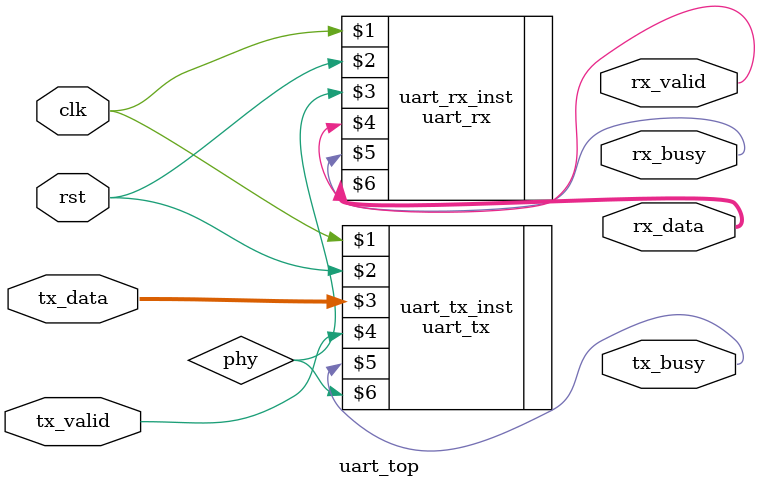
<source format=sv>
module uart_top(
    input clk,
    input rst,
    input [7:0] tx_data,
    input tx_valid,
    output tx_busy,
    output rx_valid,
    output rx_busy,
    output [7:0] rx_data);

    wire phy;
    
    uart_tx #(2) uart_tx_inst (clk, rst, tx_data, tx_valid, tx_busy, phy);
    uart_rx #(2) uart_rx_inst (clk, rst, phy, rx_valid, rx_busy, rx_data);

endmodule

</source>
